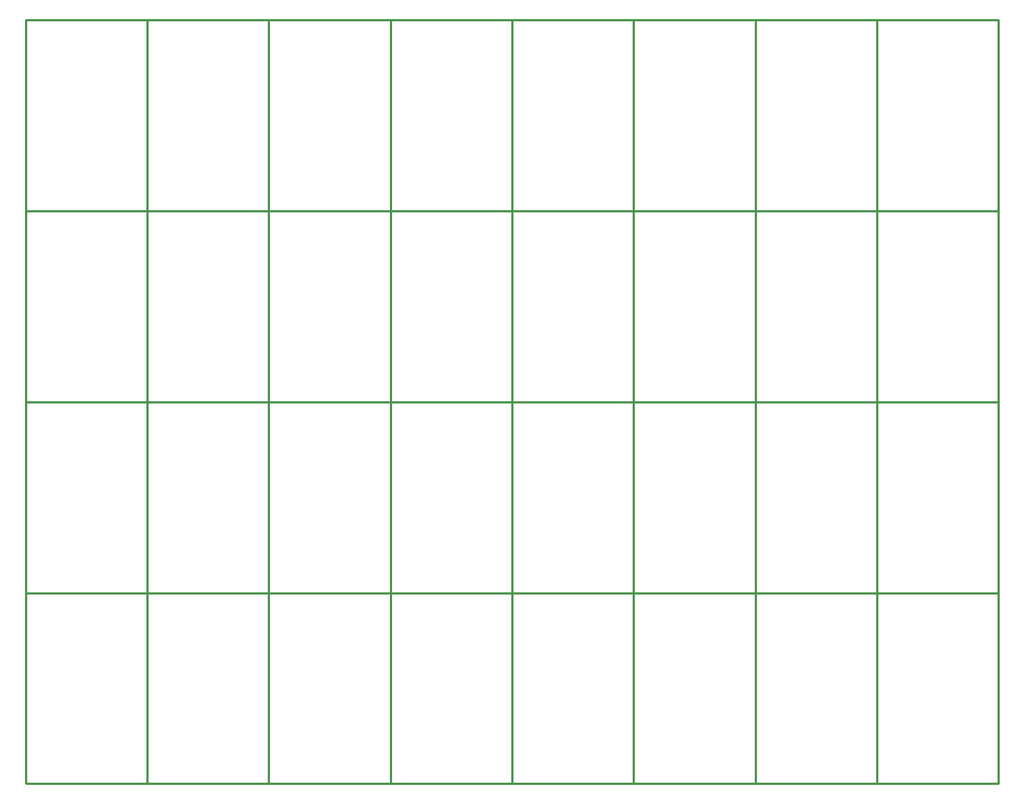
<source format=gbp>
G04*
G04 #@! TF.GenerationSoftware,Altium Limited,Altium Designer,22.2.1 (43)*
G04*
G04 Layer_Color=128*
%FSLAX44Y44*%
%MOMM*%
G71*
G04*
G04 #@! TF.SameCoordinates,B7F19F8C-4A71-44AC-9732-6E8CD1541173*
G04*
G04*
G04 #@! TF.FilePolarity,Positive*
G04*
G01*
G75*
%ADD11C,0.2540*%
D11*
X-560000Y-220000D02*
X-420000D01*
X-280000D01*
X-140000D01*
X0D01*
X140000D01*
X280000D01*
X420000D01*
X560000D01*
X-560000Y-0D02*
X-420000D01*
X-280000D01*
X-140000D01*
X0D01*
X140000D01*
X280000D01*
X420000D01*
X560000D01*
X-560000Y220000D02*
X-420000D01*
X-280000D01*
X-140000D01*
X0D01*
X140000D01*
X280000D01*
X420000D01*
X560000D01*
X420000Y220000D02*
Y440000D01*
Y0D02*
Y220000D01*
Y-220000D02*
Y0D01*
Y-440000D02*
Y-220000D01*
X280000Y220000D02*
Y440000D01*
Y0D02*
Y220000D01*
Y-220000D02*
Y0D01*
Y-440000D02*
Y-220000D01*
X140000Y220000D02*
Y440000D01*
Y0D02*
Y220000D01*
Y-220000D02*
Y0D01*
Y-440000D02*
Y-220000D01*
X0Y220000D02*
Y440000D01*
Y-0D02*
Y220000D01*
Y-220000D02*
Y-0D01*
Y-440000D02*
Y-220000D01*
X-140000Y220000D02*
Y440000D01*
Y0D02*
Y220000D01*
Y-220000D02*
Y0D01*
Y-440000D02*
Y-220000D01*
X-280000Y220000D02*
Y440000D01*
Y0D02*
Y220000D01*
Y-220000D02*
Y0D01*
Y-440000D02*
Y-220000D01*
X-420000Y220000D02*
Y440000D01*
Y0D02*
Y220000D01*
Y-220000D02*
Y0D01*
Y-440000D02*
Y-220000D01*
X420000Y440000D02*
X560000D01*
Y220000D02*
Y440000D01*
X560000Y0D02*
Y220000D01*
Y-220000D02*
Y0D01*
X420000Y-440000D02*
X560000D01*
Y-220000D01*
X280000Y440000D02*
X420000D01*
X280000Y-440000D02*
X420000D01*
X140000Y440000D02*
X280000D01*
X140000Y-440000D02*
X280000D01*
X0Y440000D02*
X140000D01*
X-0Y-440000D02*
X140000D01*
X-140000Y440000D02*
X0D01*
X-140000Y-440000D02*
X-0D01*
X-280000Y440000D02*
X-140000D01*
X-280000Y-440000D02*
X-140000D01*
X-420000Y440000D02*
X-280000D01*
X-420000Y-440000D02*
X-280000D01*
X-560000D02*
X-420000D01*
X-560000D02*
Y-220000D01*
Y0D01*
Y220000D01*
Y440000D01*
X-420000D01*
M02*

</source>
